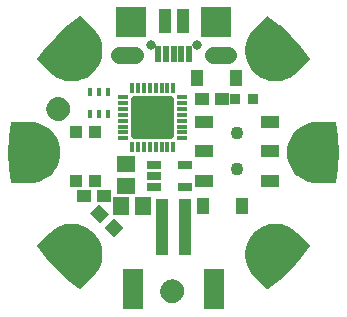
<source format=gbr>
G04 EAGLE Gerber RS-274X export*
G75*
%MOMM*%
%FSLAX34Y34*%
%LPD*%
%INSoldermask Top*%
%IPPOS*%
%AMOC8*
5,1,8,0,0,1.08239X$1,22.5*%
G01*
%ADD10C,1.101600*%
%ADD11C,0.500000*%
%ADD12R,1.601600X1.341600*%
%ADD13C,4.317600*%
%ADD14R,1.001600X1.001600*%
%ADD15R,1.011600X1.321600*%
%ADD16R,1.101600X4.701600*%
%ADD17R,1.701600X3.501600*%
%ADD18R,1.341600X1.601600*%
%ADD19R,1.176600X1.101600*%
%ADD20R,0.901600X0.901600*%
%ADD21C,0.801600*%
%ADD22R,2.514600X2.514600*%
%ADD23C,1.409600*%
%ADD24R,1.101600X2.101600*%
%ADD25R,0.500000X1.450000*%
%ADD26R,1.601600X1.101600*%
%ADD27C,0.468206*%
%ADD28R,0.900000X0.350000*%
%ADD29R,0.350000X0.900000*%
%ADD30R,0.451600X0.801600*%
%ADD31R,1.301600X0.651600*%

G36*
X-121900Y-26031D02*
X-121900Y-26031D01*
X-121875Y-26033D01*
X-118260Y-25774D01*
X-118223Y-25765D01*
X-118170Y-25761D01*
X-114629Y-24991D01*
X-114594Y-24976D01*
X-114542Y-24965D01*
X-111147Y-23699D01*
X-111114Y-23679D01*
X-111065Y-23661D01*
X-107884Y-21925D01*
X-107854Y-21901D01*
X-107808Y-21876D01*
X-104906Y-19704D01*
X-104880Y-19676D01*
X-104838Y-19645D01*
X-102276Y-17082D01*
X-102254Y-17051D01*
X-102216Y-17014D01*
X-100044Y-14112D01*
X-100027Y-14078D01*
X-99996Y-14036D01*
X-98259Y-10856D01*
X-98247Y-10819D01*
X-98221Y-10773D01*
X-96955Y-7378D01*
X-96948Y-7340D01*
X-96929Y-7291D01*
X-96159Y-3750D01*
X-96157Y-3712D01*
X-96146Y-3660D01*
X-95887Y-45D01*
X-95891Y-7D01*
X-95887Y45D01*
X-96146Y3660D01*
X-96155Y3697D01*
X-96159Y3750D01*
X-96929Y7291D01*
X-96944Y7326D01*
X-96955Y7378D01*
X-98221Y10773D01*
X-98241Y10806D01*
X-98259Y10856D01*
X-99996Y14036D01*
X-100019Y14066D01*
X-100044Y14112D01*
X-102216Y17014D01*
X-102244Y17040D01*
X-102276Y17082D01*
X-104838Y19645D01*
X-104869Y19666D01*
X-104906Y19704D01*
X-107808Y21876D01*
X-107842Y21893D01*
X-107884Y21925D01*
X-111065Y23661D01*
X-111101Y23673D01*
X-111147Y23699D01*
X-114542Y24965D01*
X-114580Y24972D01*
X-114629Y24991D01*
X-118170Y25761D01*
X-118208Y25763D01*
X-118260Y25774D01*
X-121875Y26033D01*
X-121895Y26031D01*
X-121920Y26034D01*
X-137160Y26034D01*
X-137184Y26030D01*
X-137208Y26032D01*
X-137294Y26010D01*
X-137381Y25995D01*
X-137402Y25982D01*
X-137426Y25976D01*
X-137498Y25925D01*
X-137574Y25880D01*
X-137589Y25862D01*
X-137610Y25847D01*
X-137660Y25775D01*
X-137715Y25706D01*
X-137723Y25683D01*
X-137737Y25663D01*
X-137777Y25525D01*
X-137787Y25494D01*
X-137787Y25489D01*
X-137789Y25483D01*
X-139454Y12831D01*
X-139453Y12807D01*
X-139459Y12776D01*
X-140016Y28D01*
X-140013Y3D01*
X-140016Y-28D01*
X-139459Y-12776D01*
X-139454Y-12800D01*
X-139454Y-12831D01*
X-137789Y-25483D01*
X-137781Y-25506D01*
X-137781Y-25531D01*
X-137748Y-25612D01*
X-137721Y-25697D01*
X-137706Y-25716D01*
X-137696Y-25738D01*
X-137637Y-25804D01*
X-137582Y-25873D01*
X-137562Y-25886D01*
X-137545Y-25904D01*
X-137466Y-25944D01*
X-137391Y-25991D01*
X-137367Y-25995D01*
X-137345Y-26007D01*
X-137203Y-26028D01*
X-137171Y-26034D01*
X-137166Y-26033D01*
X-137160Y-26034D01*
X-121920Y-26034D01*
X-121900Y-26031D01*
G37*
G36*
X137184Y-26030D02*
X137184Y-26030D01*
X137208Y-26032D01*
X137294Y-26010D01*
X137381Y-25995D01*
X137402Y-25982D01*
X137426Y-25976D01*
X137498Y-25925D01*
X137574Y-25880D01*
X137589Y-25862D01*
X137610Y-25847D01*
X137660Y-25775D01*
X137715Y-25706D01*
X137723Y-25683D01*
X137737Y-25663D01*
X137777Y-25525D01*
X137787Y-25494D01*
X137787Y-25489D01*
X137789Y-25483D01*
X139454Y-12831D01*
X139453Y-12811D01*
X139454Y-12809D01*
X139454Y-12803D01*
X139459Y-12776D01*
X140016Y-28D01*
X140013Y-3D01*
X140016Y28D01*
X139459Y12776D01*
X139454Y12800D01*
X139454Y12831D01*
X137789Y25483D01*
X137781Y25506D01*
X137781Y25531D01*
X137748Y25612D01*
X137721Y25697D01*
X137706Y25716D01*
X137696Y25738D01*
X137637Y25804D01*
X137582Y25873D01*
X137562Y25886D01*
X137545Y25904D01*
X137466Y25944D01*
X137391Y25991D01*
X137367Y25995D01*
X137345Y26007D01*
X137203Y26028D01*
X137171Y26034D01*
X137166Y26033D01*
X137160Y26034D01*
X121920Y26034D01*
X121900Y26031D01*
X121875Y26033D01*
X118260Y25774D01*
X118223Y25765D01*
X118170Y25761D01*
X114629Y24991D01*
X114594Y24976D01*
X114542Y24965D01*
X112039Y24032D01*
X111147Y23699D01*
X111114Y23679D01*
X111065Y23661D01*
X107884Y21925D01*
X107854Y21901D01*
X107808Y21876D01*
X104906Y19704D01*
X104880Y19676D01*
X104838Y19645D01*
X102276Y17082D01*
X102254Y17051D01*
X102216Y17014D01*
X100044Y14112D01*
X100027Y14078D01*
X99996Y14036D01*
X98259Y10856D01*
X98247Y10819D01*
X98221Y10773D01*
X96955Y7378D01*
X96948Y7340D01*
X96929Y7291D01*
X96159Y3750D01*
X96157Y3712D01*
X96146Y3660D01*
X95887Y45D01*
X95891Y7D01*
X95887Y-45D01*
X96146Y-3660D01*
X96155Y-3697D01*
X96159Y-3750D01*
X96929Y-7291D01*
X96944Y-7326D01*
X96955Y-7378D01*
X98221Y-10773D01*
X98241Y-10806D01*
X98259Y-10856D01*
X99996Y-14036D01*
X100019Y-14066D01*
X100044Y-14112D01*
X102216Y-17014D01*
X102244Y-17040D01*
X102276Y-17082D01*
X104838Y-19645D01*
X104869Y-19666D01*
X104906Y-19704D01*
X107808Y-21876D01*
X107842Y-21893D01*
X107884Y-21925D01*
X111065Y-23661D01*
X111101Y-23673D01*
X111147Y-23699D01*
X114542Y-24965D01*
X114580Y-24972D01*
X114629Y-24991D01*
X118170Y-25761D01*
X118208Y-25763D01*
X118260Y-25774D01*
X121875Y-26033D01*
X121895Y-26031D01*
X121920Y-26034D01*
X137160Y-26034D01*
X137184Y-26030D01*
G37*
G36*
X-84447Y60333D02*
X-84447Y60333D01*
X-84394Y60333D01*
X-80807Y60849D01*
X-80771Y60861D01*
X-80718Y60868D01*
X-77241Y61889D01*
X-77207Y61906D01*
X-77156Y61921D01*
X-73860Y63426D01*
X-73828Y63448D01*
X-73780Y63470D01*
X-70732Y65429D01*
X-70704Y65455D01*
X-70659Y65483D01*
X-67920Y67856D01*
X-67896Y67886D01*
X-67856Y67920D01*
X-65483Y70659D01*
X-65464Y70692D01*
X-65429Y70732D01*
X-63470Y73780D01*
X-63455Y73816D01*
X-63426Y73860D01*
X-61921Y77156D01*
X-61911Y77193D01*
X-61889Y77241D01*
X-60868Y80718D01*
X-60864Y80756D01*
X-60849Y80807D01*
X-60333Y84394D01*
X-60334Y84432D01*
X-60327Y84484D01*
X-60327Y88108D01*
X-60333Y88146D01*
X-60333Y88198D01*
X-60849Y91786D01*
X-60861Y91822D01*
X-60868Y91874D01*
X-61889Y95351D01*
X-61906Y95385D01*
X-61921Y95436D01*
X-63426Y98733D01*
X-63448Y98764D01*
X-63470Y98812D01*
X-65429Y101861D01*
X-65455Y101889D01*
X-65456Y101891D01*
X-65457Y101892D01*
X-65483Y101933D01*
X-67856Y104672D01*
X-67872Y104685D01*
X-67887Y104705D01*
X-78664Y115481D01*
X-78684Y115495D01*
X-78699Y115514D01*
X-78775Y115559D01*
X-78848Y115610D01*
X-78871Y115616D01*
X-78892Y115628D01*
X-78980Y115643D01*
X-79065Y115665D01*
X-79089Y115663D01*
X-79113Y115667D01*
X-79200Y115651D01*
X-79288Y115642D01*
X-79310Y115631D01*
X-79334Y115627D01*
X-79460Y115557D01*
X-79489Y115543D01*
X-79493Y115539D01*
X-79498Y115536D01*
X-89622Y107768D01*
X-89637Y107752D01*
X-89654Y107742D01*
X-89657Y107737D01*
X-89664Y107732D01*
X-99072Y99111D01*
X-99087Y99092D01*
X-99111Y99072D01*
X-107732Y89664D01*
X-107746Y89643D01*
X-107768Y89622D01*
X-115536Y79498D01*
X-115547Y79476D01*
X-115564Y79459D01*
X-115599Y79377D01*
X-115639Y79299D01*
X-115642Y79274D01*
X-115652Y79252D01*
X-115656Y79164D01*
X-115666Y79076D01*
X-115661Y79052D01*
X-115662Y79028D01*
X-115635Y78944D01*
X-115614Y78858D01*
X-115600Y78837D01*
X-115593Y78814D01*
X-115507Y78699D01*
X-115489Y78671D01*
X-115485Y78668D01*
X-115481Y78664D01*
X-104705Y67887D01*
X-104689Y67876D01*
X-104672Y67856D01*
X-101933Y65483D01*
X-101900Y65464D01*
X-101861Y65429D01*
X-98812Y63470D01*
X-98777Y63455D01*
X-98733Y63426D01*
X-95436Y61921D01*
X-95399Y61911D01*
X-95351Y61889D01*
X-91874Y60868D01*
X-91836Y60864D01*
X-91786Y60849D01*
X-88198Y60333D01*
X-88160Y60334D01*
X-88108Y60327D01*
X-84484Y60327D01*
X-84447Y60333D01*
G37*
G36*
X79200Y-115651D02*
X79200Y-115651D01*
X79288Y-115642D01*
X79310Y-115631D01*
X79334Y-115627D01*
X79460Y-115557D01*
X79489Y-115543D01*
X79493Y-115539D01*
X79498Y-115536D01*
X89622Y-107768D01*
X89638Y-107750D01*
X89664Y-107732D01*
X99072Y-99111D01*
X99087Y-99092D01*
X99111Y-99072D01*
X107732Y-89664D01*
X107746Y-89643D01*
X107768Y-89622D01*
X115536Y-79498D01*
X115547Y-79476D01*
X115564Y-79459D01*
X115599Y-79377D01*
X115639Y-79299D01*
X115642Y-79274D01*
X115652Y-79252D01*
X115656Y-79164D01*
X115666Y-79076D01*
X115661Y-79052D01*
X115662Y-79028D01*
X115635Y-78944D01*
X115614Y-78858D01*
X115600Y-78837D01*
X115593Y-78814D01*
X115507Y-78699D01*
X115489Y-78671D01*
X115485Y-78668D01*
X115481Y-78664D01*
X104705Y-67887D01*
X104689Y-67876D01*
X104672Y-67856D01*
X101933Y-65483D01*
X101900Y-65464D01*
X101861Y-65429D01*
X98812Y-63470D01*
X98777Y-63455D01*
X98733Y-63426D01*
X95436Y-61921D01*
X95399Y-61911D01*
X95351Y-61889D01*
X91874Y-60868D01*
X91836Y-60864D01*
X91786Y-60849D01*
X88198Y-60333D01*
X88160Y-60334D01*
X88108Y-60327D01*
X84484Y-60327D01*
X84447Y-60333D01*
X84394Y-60333D01*
X80807Y-60849D01*
X80771Y-60861D01*
X80718Y-60868D01*
X77241Y-61889D01*
X77207Y-61906D01*
X77156Y-61921D01*
X73860Y-63426D01*
X73828Y-63448D01*
X73780Y-63470D01*
X70732Y-65429D01*
X70704Y-65455D01*
X70659Y-65483D01*
X67920Y-67856D01*
X67896Y-67886D01*
X67856Y-67920D01*
X65483Y-70659D01*
X65464Y-70692D01*
X65429Y-70732D01*
X63470Y-73780D01*
X63455Y-73816D01*
X63426Y-73860D01*
X61921Y-77156D01*
X61911Y-77193D01*
X61889Y-77241D01*
X60868Y-80718D01*
X60864Y-80756D01*
X60849Y-80807D01*
X60333Y-84394D01*
X60334Y-84432D01*
X60327Y-84484D01*
X60327Y-88108D01*
X60333Y-88146D01*
X60333Y-88198D01*
X60849Y-91786D01*
X60861Y-91822D01*
X60868Y-91874D01*
X61889Y-95351D01*
X61906Y-95385D01*
X61921Y-95436D01*
X63426Y-98733D01*
X63448Y-98764D01*
X63470Y-98812D01*
X65429Y-101861D01*
X65455Y-101889D01*
X65483Y-101933D01*
X67856Y-104672D01*
X67872Y-104685D01*
X67887Y-104705D01*
X78664Y-115481D01*
X78684Y-115495D01*
X78699Y-115514D01*
X78775Y-115559D01*
X78848Y-115610D01*
X78871Y-115616D01*
X78892Y-115628D01*
X78980Y-115643D01*
X79065Y-115665D01*
X79089Y-115663D01*
X79113Y-115667D01*
X79200Y-115651D01*
G37*
G36*
X88146Y60333D02*
X88146Y60333D01*
X88198Y60333D01*
X91786Y60849D01*
X91822Y60861D01*
X91874Y60868D01*
X95351Y61889D01*
X95385Y61906D01*
X95436Y61921D01*
X98733Y63426D01*
X98764Y63448D01*
X98812Y63470D01*
X101861Y65429D01*
X101889Y65455D01*
X101933Y65483D01*
X104672Y67856D01*
X104685Y67872D01*
X104705Y67887D01*
X115481Y78664D01*
X115495Y78684D01*
X115514Y78699D01*
X115559Y78775D01*
X115610Y78848D01*
X115616Y78871D01*
X115628Y78892D01*
X115643Y78980D01*
X115665Y79065D01*
X115663Y79089D01*
X115667Y79113D01*
X115651Y79200D01*
X115642Y79288D01*
X115631Y79310D01*
X115627Y79334D01*
X115557Y79460D01*
X115543Y79489D01*
X115539Y79493D01*
X115536Y79498D01*
X107768Y89622D01*
X107750Y89638D01*
X107732Y89664D01*
X99111Y99072D01*
X99092Y99087D01*
X99072Y99111D01*
X89664Y107732D01*
X89643Y107746D01*
X89628Y107762D01*
X89625Y107765D01*
X89624Y107765D01*
X89622Y107768D01*
X88799Y108399D01*
X88799Y108400D01*
X87972Y109034D01*
X87146Y109668D01*
X86319Y110302D01*
X85493Y110936D01*
X84666Y111571D01*
X83840Y112205D01*
X83839Y112205D01*
X83013Y112839D01*
X82186Y113473D01*
X81360Y114108D01*
X80533Y114742D01*
X79707Y115376D01*
X79498Y115536D01*
X79476Y115547D01*
X79459Y115564D01*
X79377Y115599D01*
X79299Y115639D01*
X79274Y115642D01*
X79252Y115652D01*
X79164Y115656D01*
X79076Y115666D01*
X79052Y115661D01*
X79028Y115662D01*
X78944Y115635D01*
X78858Y115614D01*
X78837Y115600D01*
X78814Y115593D01*
X78699Y115507D01*
X78671Y115489D01*
X78668Y115485D01*
X78664Y115481D01*
X67887Y104705D01*
X67876Y104689D01*
X67856Y104672D01*
X65483Y101933D01*
X65464Y101900D01*
X65429Y101861D01*
X63470Y98812D01*
X63455Y98777D01*
X63426Y98733D01*
X61921Y95436D01*
X61911Y95399D01*
X61889Y95351D01*
X60868Y91874D01*
X60864Y91836D01*
X60849Y91786D01*
X60333Y88198D01*
X60334Y88160D01*
X60327Y88108D01*
X60327Y84484D01*
X60333Y84447D01*
X60333Y84394D01*
X60849Y80807D01*
X60861Y80771D01*
X60868Y80718D01*
X61889Y77241D01*
X61906Y77207D01*
X61921Y77156D01*
X63426Y73860D01*
X63448Y73828D01*
X63470Y73780D01*
X65429Y70732D01*
X65455Y70704D01*
X65483Y70659D01*
X67856Y67920D01*
X67886Y67896D01*
X67920Y67856D01*
X70659Y65483D01*
X70692Y65464D01*
X70732Y65429D01*
X73780Y63470D01*
X73816Y63455D01*
X73860Y63426D01*
X77156Y61921D01*
X77193Y61911D01*
X77241Y61889D01*
X80718Y60868D01*
X80756Y60864D01*
X80807Y60849D01*
X84394Y60333D01*
X84432Y60334D01*
X84484Y60327D01*
X88108Y60327D01*
X88146Y60333D01*
G37*
G36*
X-79052Y-115661D02*
X-79052Y-115661D01*
X-79028Y-115662D01*
X-78944Y-115635D01*
X-78858Y-115614D01*
X-78837Y-115600D01*
X-78814Y-115593D01*
X-78699Y-115507D01*
X-78671Y-115489D01*
X-78668Y-115485D01*
X-78664Y-115481D01*
X-67887Y-104705D01*
X-67876Y-104689D01*
X-67856Y-104672D01*
X-65483Y-101933D01*
X-65464Y-101900D01*
X-65429Y-101861D01*
X-63470Y-98812D01*
X-63455Y-98777D01*
X-63426Y-98733D01*
X-61921Y-95436D01*
X-61911Y-95399D01*
X-61889Y-95351D01*
X-60868Y-91874D01*
X-60864Y-91836D01*
X-60849Y-91786D01*
X-60333Y-88198D01*
X-60334Y-88160D01*
X-60327Y-88108D01*
X-60327Y-84484D01*
X-60333Y-84447D01*
X-60333Y-84394D01*
X-60849Y-80807D01*
X-60861Y-80771D01*
X-60868Y-80718D01*
X-61889Y-77241D01*
X-61906Y-77207D01*
X-61921Y-77156D01*
X-63426Y-73860D01*
X-63448Y-73828D01*
X-63470Y-73780D01*
X-65429Y-70732D01*
X-65455Y-70704D01*
X-65483Y-70659D01*
X-67856Y-67920D01*
X-67886Y-67896D01*
X-67920Y-67856D01*
X-70659Y-65483D01*
X-70692Y-65464D01*
X-70732Y-65429D01*
X-73780Y-63470D01*
X-73816Y-63455D01*
X-73860Y-63426D01*
X-77156Y-61921D01*
X-77193Y-61911D01*
X-77241Y-61889D01*
X-80718Y-60868D01*
X-80756Y-60864D01*
X-80807Y-60849D01*
X-84394Y-60333D01*
X-84432Y-60334D01*
X-84484Y-60327D01*
X-88108Y-60327D01*
X-88146Y-60333D01*
X-88198Y-60333D01*
X-91786Y-60849D01*
X-91822Y-60861D01*
X-91874Y-60868D01*
X-95351Y-61889D01*
X-95385Y-61906D01*
X-95436Y-61921D01*
X-98733Y-63426D01*
X-98764Y-63448D01*
X-98812Y-63470D01*
X-101861Y-65429D01*
X-101889Y-65455D01*
X-101933Y-65483D01*
X-104672Y-67856D01*
X-104685Y-67872D01*
X-104705Y-67887D01*
X-115481Y-78664D01*
X-115495Y-78684D01*
X-115514Y-78699D01*
X-115559Y-78775D01*
X-115610Y-78848D01*
X-115616Y-78871D01*
X-115628Y-78892D01*
X-115643Y-78980D01*
X-115665Y-79065D01*
X-115663Y-79089D01*
X-115667Y-79113D01*
X-115651Y-79200D01*
X-115642Y-79288D01*
X-115631Y-79310D01*
X-115627Y-79334D01*
X-115557Y-79460D01*
X-115543Y-79489D01*
X-115539Y-79493D01*
X-115536Y-79498D01*
X-107768Y-89622D01*
X-107750Y-89638D01*
X-107732Y-89664D01*
X-99111Y-99072D01*
X-99092Y-99087D01*
X-99072Y-99111D01*
X-89664Y-107732D01*
X-89643Y-107746D01*
X-89622Y-107768D01*
X-89416Y-107926D01*
X-88589Y-108560D01*
X-87763Y-109194D01*
X-87763Y-109195D01*
X-86936Y-109829D01*
X-86110Y-110463D01*
X-86109Y-110463D01*
X-85283Y-111097D01*
X-84456Y-111731D01*
X-84456Y-111732D01*
X-83630Y-112366D01*
X-82803Y-113000D01*
X-81977Y-113634D01*
X-81150Y-114268D01*
X-81150Y-114269D01*
X-80324Y-114903D01*
X-80323Y-114903D01*
X-79498Y-115536D01*
X-79476Y-115547D01*
X-79459Y-115564D01*
X-79377Y-115599D01*
X-79299Y-115639D01*
X-79274Y-115642D01*
X-79252Y-115652D01*
X-79164Y-115656D01*
X-79076Y-115666D01*
X-79052Y-115661D01*
G37*
D10*
X-97680Y36815D03*
D11*
X-105180Y36815D02*
X-105178Y36634D01*
X-105171Y36453D01*
X-105160Y36272D01*
X-105145Y36091D01*
X-105125Y35911D01*
X-105101Y35731D01*
X-105073Y35552D01*
X-105040Y35374D01*
X-105003Y35197D01*
X-104962Y35020D01*
X-104917Y34845D01*
X-104867Y34670D01*
X-104813Y34497D01*
X-104755Y34326D01*
X-104693Y34155D01*
X-104626Y33987D01*
X-104556Y33820D01*
X-104482Y33654D01*
X-104403Y33491D01*
X-104321Y33330D01*
X-104235Y33170D01*
X-104145Y33013D01*
X-104051Y32858D01*
X-103954Y32705D01*
X-103852Y32555D01*
X-103748Y32407D01*
X-103639Y32261D01*
X-103528Y32119D01*
X-103412Y31979D01*
X-103294Y31842D01*
X-103172Y31707D01*
X-103047Y31576D01*
X-102919Y31448D01*
X-102788Y31323D01*
X-102653Y31201D01*
X-102516Y31083D01*
X-102376Y30967D01*
X-102234Y30856D01*
X-102088Y30747D01*
X-101940Y30643D01*
X-101790Y30541D01*
X-101637Y30444D01*
X-101482Y30350D01*
X-101325Y30260D01*
X-101165Y30174D01*
X-101004Y30092D01*
X-100841Y30013D01*
X-100675Y29939D01*
X-100508Y29869D01*
X-100340Y29802D01*
X-100169Y29740D01*
X-99998Y29682D01*
X-99825Y29628D01*
X-99650Y29578D01*
X-99475Y29533D01*
X-99298Y29492D01*
X-99121Y29455D01*
X-98943Y29422D01*
X-98764Y29394D01*
X-98584Y29370D01*
X-98404Y29350D01*
X-98223Y29335D01*
X-98042Y29324D01*
X-97861Y29317D01*
X-97680Y29315D01*
X-105180Y36815D02*
X-105178Y36996D01*
X-105171Y37177D01*
X-105160Y37358D01*
X-105145Y37539D01*
X-105125Y37719D01*
X-105101Y37899D01*
X-105073Y38078D01*
X-105040Y38256D01*
X-105003Y38433D01*
X-104962Y38610D01*
X-104917Y38785D01*
X-104867Y38960D01*
X-104813Y39133D01*
X-104755Y39304D01*
X-104693Y39475D01*
X-104626Y39643D01*
X-104556Y39810D01*
X-104482Y39976D01*
X-104403Y40139D01*
X-104321Y40300D01*
X-104235Y40460D01*
X-104145Y40617D01*
X-104051Y40772D01*
X-103954Y40925D01*
X-103852Y41075D01*
X-103748Y41223D01*
X-103639Y41369D01*
X-103528Y41511D01*
X-103412Y41651D01*
X-103294Y41788D01*
X-103172Y41923D01*
X-103047Y42054D01*
X-102919Y42182D01*
X-102788Y42307D01*
X-102653Y42429D01*
X-102516Y42547D01*
X-102376Y42663D01*
X-102234Y42774D01*
X-102088Y42883D01*
X-101940Y42987D01*
X-101790Y43089D01*
X-101637Y43186D01*
X-101482Y43280D01*
X-101325Y43370D01*
X-101165Y43456D01*
X-101004Y43538D01*
X-100841Y43617D01*
X-100675Y43691D01*
X-100508Y43761D01*
X-100340Y43828D01*
X-100169Y43890D01*
X-99998Y43948D01*
X-99825Y44002D01*
X-99650Y44052D01*
X-99475Y44097D01*
X-99298Y44138D01*
X-99121Y44175D01*
X-98943Y44208D01*
X-98764Y44236D01*
X-98584Y44260D01*
X-98404Y44280D01*
X-98223Y44295D01*
X-98042Y44306D01*
X-97861Y44313D01*
X-97680Y44315D01*
X-97499Y44313D01*
X-97318Y44306D01*
X-97137Y44295D01*
X-96956Y44280D01*
X-96776Y44260D01*
X-96596Y44236D01*
X-96417Y44208D01*
X-96239Y44175D01*
X-96062Y44138D01*
X-95885Y44097D01*
X-95710Y44052D01*
X-95535Y44002D01*
X-95362Y43948D01*
X-95191Y43890D01*
X-95020Y43828D01*
X-94852Y43761D01*
X-94685Y43691D01*
X-94519Y43617D01*
X-94356Y43538D01*
X-94195Y43456D01*
X-94035Y43370D01*
X-93878Y43280D01*
X-93723Y43186D01*
X-93570Y43089D01*
X-93420Y42987D01*
X-93272Y42883D01*
X-93126Y42774D01*
X-92984Y42663D01*
X-92844Y42547D01*
X-92707Y42429D01*
X-92572Y42307D01*
X-92441Y42182D01*
X-92313Y42054D01*
X-92188Y41923D01*
X-92066Y41788D01*
X-91948Y41651D01*
X-91832Y41511D01*
X-91721Y41369D01*
X-91612Y41223D01*
X-91508Y41075D01*
X-91406Y40925D01*
X-91309Y40772D01*
X-91215Y40617D01*
X-91125Y40460D01*
X-91039Y40300D01*
X-90957Y40139D01*
X-90878Y39976D01*
X-90804Y39810D01*
X-90734Y39643D01*
X-90667Y39475D01*
X-90605Y39304D01*
X-90547Y39133D01*
X-90493Y38960D01*
X-90443Y38785D01*
X-90398Y38610D01*
X-90357Y38433D01*
X-90320Y38256D01*
X-90287Y38078D01*
X-90259Y37899D01*
X-90235Y37719D01*
X-90215Y37539D01*
X-90200Y37358D01*
X-90189Y37177D01*
X-90182Y36996D01*
X-90180Y36815D01*
X-90182Y36634D01*
X-90189Y36453D01*
X-90200Y36272D01*
X-90215Y36091D01*
X-90235Y35911D01*
X-90259Y35731D01*
X-90287Y35552D01*
X-90320Y35374D01*
X-90357Y35197D01*
X-90398Y35020D01*
X-90443Y34845D01*
X-90493Y34670D01*
X-90547Y34497D01*
X-90605Y34326D01*
X-90667Y34155D01*
X-90734Y33987D01*
X-90804Y33820D01*
X-90878Y33654D01*
X-90957Y33491D01*
X-91039Y33330D01*
X-91125Y33170D01*
X-91215Y33013D01*
X-91309Y32858D01*
X-91406Y32705D01*
X-91508Y32555D01*
X-91612Y32407D01*
X-91721Y32261D01*
X-91832Y32119D01*
X-91948Y31979D01*
X-92066Y31842D01*
X-92188Y31707D01*
X-92313Y31576D01*
X-92441Y31448D01*
X-92572Y31323D01*
X-92707Y31201D01*
X-92844Y31083D01*
X-92984Y30967D01*
X-93126Y30856D01*
X-93272Y30747D01*
X-93420Y30643D01*
X-93570Y30541D01*
X-93723Y30444D01*
X-93878Y30350D01*
X-94035Y30260D01*
X-94195Y30174D01*
X-94356Y30092D01*
X-94519Y30013D01*
X-94685Y29939D01*
X-94852Y29869D01*
X-95020Y29802D01*
X-95191Y29740D01*
X-95362Y29682D01*
X-95535Y29628D01*
X-95710Y29578D01*
X-95885Y29533D01*
X-96062Y29492D01*
X-96239Y29455D01*
X-96417Y29422D01*
X-96596Y29394D01*
X-96776Y29370D01*
X-96956Y29350D01*
X-97137Y29335D01*
X-97318Y29324D01*
X-97499Y29317D01*
X-97680Y29315D01*
D10*
X-1270Y-117505D03*
D11*
X-1270Y-110005D02*
X-1451Y-110007D01*
X-1632Y-110014D01*
X-1813Y-110025D01*
X-1994Y-110040D01*
X-2174Y-110060D01*
X-2354Y-110084D01*
X-2533Y-110112D01*
X-2711Y-110145D01*
X-2888Y-110182D01*
X-3065Y-110223D01*
X-3240Y-110268D01*
X-3415Y-110318D01*
X-3588Y-110372D01*
X-3759Y-110430D01*
X-3930Y-110492D01*
X-4098Y-110559D01*
X-4265Y-110629D01*
X-4431Y-110703D01*
X-4594Y-110782D01*
X-4755Y-110864D01*
X-4915Y-110950D01*
X-5072Y-111040D01*
X-5227Y-111134D01*
X-5380Y-111231D01*
X-5530Y-111333D01*
X-5678Y-111437D01*
X-5824Y-111546D01*
X-5966Y-111657D01*
X-6106Y-111773D01*
X-6243Y-111891D01*
X-6378Y-112013D01*
X-6509Y-112138D01*
X-6637Y-112266D01*
X-6762Y-112397D01*
X-6884Y-112532D01*
X-7002Y-112669D01*
X-7118Y-112809D01*
X-7229Y-112951D01*
X-7338Y-113097D01*
X-7442Y-113245D01*
X-7544Y-113395D01*
X-7641Y-113548D01*
X-7735Y-113703D01*
X-7825Y-113860D01*
X-7911Y-114020D01*
X-7993Y-114181D01*
X-8072Y-114344D01*
X-8146Y-114510D01*
X-8216Y-114677D01*
X-8283Y-114845D01*
X-8345Y-115016D01*
X-8403Y-115187D01*
X-8457Y-115360D01*
X-8507Y-115535D01*
X-8552Y-115710D01*
X-8593Y-115887D01*
X-8630Y-116064D01*
X-8663Y-116242D01*
X-8691Y-116421D01*
X-8715Y-116601D01*
X-8735Y-116781D01*
X-8750Y-116962D01*
X-8761Y-117143D01*
X-8768Y-117324D01*
X-8770Y-117505D01*
X-1270Y-110005D02*
X-1089Y-110007D01*
X-908Y-110014D01*
X-727Y-110025D01*
X-546Y-110040D01*
X-366Y-110060D01*
X-186Y-110084D01*
X-7Y-110112D01*
X171Y-110145D01*
X348Y-110182D01*
X525Y-110223D01*
X700Y-110268D01*
X875Y-110318D01*
X1048Y-110372D01*
X1219Y-110430D01*
X1390Y-110492D01*
X1558Y-110559D01*
X1725Y-110629D01*
X1891Y-110703D01*
X2054Y-110782D01*
X2215Y-110864D01*
X2375Y-110950D01*
X2532Y-111040D01*
X2687Y-111134D01*
X2840Y-111231D01*
X2990Y-111333D01*
X3138Y-111437D01*
X3284Y-111546D01*
X3426Y-111657D01*
X3566Y-111773D01*
X3703Y-111891D01*
X3838Y-112013D01*
X3969Y-112138D01*
X4097Y-112266D01*
X4222Y-112397D01*
X4344Y-112532D01*
X4462Y-112669D01*
X4578Y-112809D01*
X4689Y-112951D01*
X4798Y-113097D01*
X4902Y-113245D01*
X5004Y-113395D01*
X5101Y-113548D01*
X5195Y-113703D01*
X5285Y-113860D01*
X5371Y-114020D01*
X5453Y-114181D01*
X5532Y-114344D01*
X5606Y-114510D01*
X5676Y-114677D01*
X5743Y-114845D01*
X5805Y-115016D01*
X5863Y-115187D01*
X5917Y-115360D01*
X5967Y-115535D01*
X6012Y-115710D01*
X6053Y-115887D01*
X6090Y-116064D01*
X6123Y-116242D01*
X6151Y-116421D01*
X6175Y-116601D01*
X6195Y-116781D01*
X6210Y-116962D01*
X6221Y-117143D01*
X6228Y-117324D01*
X6230Y-117505D01*
X6228Y-117686D01*
X6221Y-117867D01*
X6210Y-118048D01*
X6195Y-118229D01*
X6175Y-118409D01*
X6151Y-118589D01*
X6123Y-118768D01*
X6090Y-118946D01*
X6053Y-119123D01*
X6012Y-119300D01*
X5967Y-119475D01*
X5917Y-119650D01*
X5863Y-119823D01*
X5805Y-119994D01*
X5743Y-120165D01*
X5676Y-120333D01*
X5606Y-120500D01*
X5532Y-120666D01*
X5453Y-120829D01*
X5371Y-120990D01*
X5285Y-121150D01*
X5195Y-121307D01*
X5101Y-121462D01*
X5004Y-121615D01*
X4902Y-121765D01*
X4798Y-121913D01*
X4689Y-122059D01*
X4578Y-122201D01*
X4462Y-122341D01*
X4344Y-122478D01*
X4222Y-122613D01*
X4097Y-122744D01*
X3969Y-122872D01*
X3838Y-122997D01*
X3703Y-123119D01*
X3566Y-123237D01*
X3426Y-123353D01*
X3284Y-123464D01*
X3138Y-123573D01*
X2990Y-123677D01*
X2840Y-123779D01*
X2687Y-123876D01*
X2532Y-123970D01*
X2375Y-124060D01*
X2215Y-124146D01*
X2054Y-124228D01*
X1891Y-124307D01*
X1725Y-124381D01*
X1558Y-124451D01*
X1390Y-124518D01*
X1219Y-124580D01*
X1048Y-124638D01*
X875Y-124692D01*
X700Y-124742D01*
X525Y-124787D01*
X348Y-124828D01*
X171Y-124865D01*
X-7Y-124898D01*
X-186Y-124926D01*
X-366Y-124950D01*
X-546Y-124970D01*
X-727Y-124985D01*
X-908Y-124996D01*
X-1089Y-125003D01*
X-1270Y-125005D01*
X-1451Y-125003D01*
X-1632Y-124996D01*
X-1813Y-124985D01*
X-1994Y-124970D01*
X-2174Y-124950D01*
X-2354Y-124926D01*
X-2533Y-124898D01*
X-2711Y-124865D01*
X-2888Y-124828D01*
X-3065Y-124787D01*
X-3240Y-124742D01*
X-3415Y-124692D01*
X-3588Y-124638D01*
X-3759Y-124580D01*
X-3930Y-124518D01*
X-4098Y-124451D01*
X-4265Y-124381D01*
X-4431Y-124307D01*
X-4594Y-124228D01*
X-4755Y-124146D01*
X-4915Y-124060D01*
X-5072Y-123970D01*
X-5227Y-123876D01*
X-5380Y-123779D01*
X-5530Y-123677D01*
X-5678Y-123573D01*
X-5824Y-123464D01*
X-5966Y-123353D01*
X-6106Y-123237D01*
X-6243Y-123119D01*
X-6378Y-122997D01*
X-6509Y-122872D01*
X-6637Y-122744D01*
X-6762Y-122613D01*
X-6884Y-122478D01*
X-7002Y-122341D01*
X-7118Y-122201D01*
X-7229Y-122059D01*
X-7338Y-121913D01*
X-7442Y-121765D01*
X-7544Y-121615D01*
X-7641Y-121462D01*
X-7735Y-121307D01*
X-7825Y-121150D01*
X-7911Y-120990D01*
X-7993Y-120829D01*
X-8072Y-120666D01*
X-8146Y-120500D01*
X-8216Y-120333D01*
X-8283Y-120165D01*
X-8345Y-119994D01*
X-8403Y-119823D01*
X-8457Y-119650D01*
X-8507Y-119475D01*
X-8552Y-119300D01*
X-8593Y-119123D01*
X-8630Y-118946D01*
X-8663Y-118768D01*
X-8691Y-118589D01*
X-8715Y-118409D01*
X-8735Y-118229D01*
X-8750Y-118048D01*
X-8761Y-117867D01*
X-8768Y-117686D01*
X-8770Y-117505D01*
D12*
X-40005Y-9550D03*
X-40005Y-28550D03*
D13*
X83602Y-83602D03*
X-118110Y0D03*
X-83602Y-83602D03*
X-83602Y83602D03*
X83602Y83602D03*
X118110Y0D03*
D14*
X-66295Y-23675D03*
X-82295Y-23675D03*
X-82295Y17325D03*
X-66295Y17325D03*
D15*
X52570Y63500D03*
X19820Y63500D03*
X57555Y-44990D03*
X24805Y-44990D03*
D16*
X10000Y-63330D03*
X-10000Y-63330D03*
D17*
X34000Y-115330D03*
X-34000Y-115330D03*
D18*
X-25965Y-45085D03*
X-44965Y-45085D03*
D19*
X40808Y45380D03*
X23808Y45380D03*
D20*
X67190Y45720D03*
X52190Y45720D03*
D21*
X19500Y91440D03*
X-19500Y91440D03*
D22*
X-36000Y110440D03*
X36000Y110440D03*
D23*
X33000Y82440D02*
X46080Y82440D01*
X-33000Y82440D02*
X-46080Y82440D01*
D24*
X7500Y111440D03*
X-7500Y111440D03*
D25*
X13000Y83690D03*
X6500Y83690D03*
X0Y83690D03*
X-6500Y83690D03*
X-13000Y83690D03*
D26*
X25340Y-23730D03*
X25340Y1270D03*
X25340Y26270D03*
X81340Y26270D03*
X81340Y1270D03*
X81340Y-23730D03*
D10*
X53340Y16270D03*
X53340Y-13730D03*
D27*
X-2049Y13806D02*
X-33383Y13806D01*
X-33383Y45140D01*
X-2049Y45140D01*
X-2049Y13806D01*
X-2049Y18254D02*
X-33383Y18254D01*
X-33383Y22702D02*
X-2049Y22702D01*
X-2049Y27150D02*
X-33383Y27150D01*
X-33383Y31598D02*
X-2049Y31598D01*
X-2049Y36046D02*
X-33383Y36046D01*
X-33383Y40494D02*
X-2049Y40494D01*
X-2049Y44942D02*
X-33383Y44942D01*
D28*
X-42716Y46973D03*
X-42716Y41973D03*
X-42716Y36973D03*
X-42716Y31973D03*
X-42716Y26973D03*
X-42716Y21973D03*
X-42716Y16973D03*
X-42716Y11973D03*
D29*
X-35216Y4473D03*
X-30216Y4473D03*
X-25216Y4473D03*
X-20216Y4473D03*
X-15216Y4473D03*
X-10216Y4473D03*
X-5216Y4473D03*
X-216Y4473D03*
D28*
X7284Y11973D03*
X7284Y16973D03*
X7284Y21973D03*
X7284Y26973D03*
X7284Y31973D03*
X7284Y36973D03*
X7284Y41973D03*
X7284Y46973D03*
D29*
X-216Y54473D03*
X-5216Y54473D03*
X-10216Y54473D03*
X-15216Y54473D03*
X-20216Y54473D03*
X-25216Y54473D03*
X-30216Y54473D03*
X-35216Y54473D03*
D30*
X-56000Y51410D03*
X-63500Y51410D03*
X-71000Y51410D03*
X-71000Y32410D03*
X-63500Y32410D03*
X-56000Y32410D03*
D31*
X-16811Y-10185D03*
X-16811Y-19685D03*
X-16811Y-29185D03*
X9191Y-29185D03*
X9191Y-10185D03*
D19*
G36*
X-50770Y-55741D02*
X-42451Y-64060D01*
X-50240Y-71849D01*
X-58559Y-63530D01*
X-50770Y-55741D01*
G37*
G36*
X-62790Y-43721D02*
X-54471Y-52040D01*
X-62260Y-59829D01*
X-70579Y-51510D01*
X-62790Y-43721D01*
G37*
X-58778Y-36426D03*
X-75778Y-36426D03*
M02*

</source>
